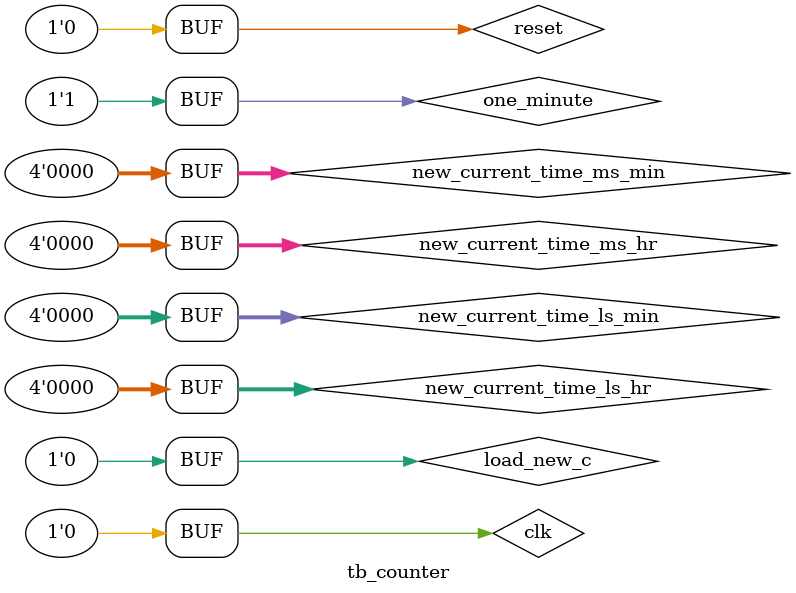
<source format=v>
module tb_counter;
reg clk;
reg reset;
reg one_minute;
reg load_new_c;
reg [3:0]new_current_time_ms_hr;
reg [3:0]new_current_time_ls_hr;
reg [3:0]new_current_time_ms_min;
reg [3:0]new_current_time_ls_min;
wire [3:0]current_time_ms_hr;
wire [3:0]current_time_ls_hr;
wire [3:0]current_time_ms_min;
wire [3:0]current_time_ls_min;

always 
begin
#5 clk=1;
#5 clk =0;
end

counter u1(clk,
 reset,
 one_minute,
 load_new_c,
new_current_time_ms_hr,
new_current_time_ls_hr,
new_current_time_ms_min,
new_current_time_ls_min,
current_time_ms_hr,
current_time_ls_hr,
current_time_ms_min,
current_time_ls_min);

initial 
begin
	clk=0;
	reset=0;
	one_minute=0;
	load_new_c=1;
	
	{new_current_time_ms_hr,new_current_time_ls_hr,new_current_time_ms_min,new_current_time_ls_min} = 16'h0;
	
	#20 load_new_c=0;one_minute=1;
end


endmodule

</source>
